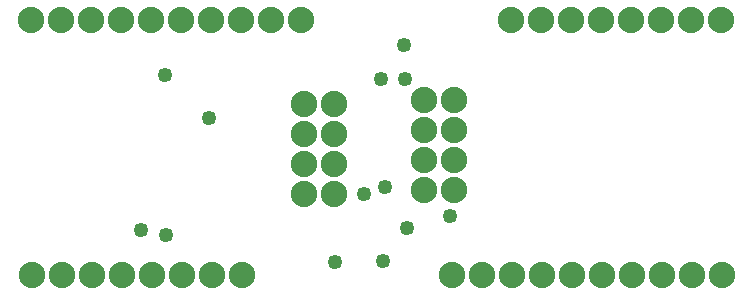
<source format=gbs>
G04 MADE WITH FRITZING*
G04 WWW.FRITZING.ORG*
G04 DOUBLE SIDED*
G04 HOLES PLATED*
G04 CONTOUR ON CENTER OF CONTOUR VECTOR*
%ASAXBY*%
%FSLAX23Y23*%
%MOIN*%
%OFA0B0*%
%SFA1.0B1.0*%
%ADD10C,0.088000*%
%ADD11C,0.049370*%
%LNMASK0*%
G90*
G70*
G54D10*
X1122Y639D03*
X1122Y539D03*
X1122Y439D03*
X1122Y339D03*
X1122Y639D03*
X1122Y539D03*
X1122Y439D03*
X1122Y339D03*
X1022Y339D03*
X1022Y439D03*
X1022Y539D03*
X1022Y639D03*
X1122Y639D03*
X1122Y539D03*
X1122Y439D03*
X1122Y339D03*
X1122Y639D03*
X1122Y539D03*
X1122Y439D03*
X1122Y339D03*
X1022Y339D03*
X1022Y439D03*
X1022Y539D03*
X1022Y639D03*
X1523Y653D03*
X1523Y553D03*
X1523Y453D03*
X1523Y353D03*
X1523Y653D03*
X1523Y553D03*
X1523Y453D03*
X1523Y353D03*
X1423Y353D03*
X1423Y453D03*
X1423Y553D03*
X1423Y653D03*
X1523Y653D03*
X1523Y553D03*
X1523Y453D03*
X1523Y353D03*
X1523Y653D03*
X1523Y553D03*
X1523Y453D03*
X1523Y353D03*
X1423Y353D03*
X1423Y453D03*
X1423Y553D03*
X1423Y653D03*
X1518Y71D03*
X1618Y71D03*
X1718Y71D03*
X1818Y71D03*
X1918Y71D03*
X2018Y71D03*
X2118Y71D03*
X2218Y71D03*
X2318Y71D03*
X2418Y71D03*
X1014Y921D03*
X914Y921D03*
X814Y921D03*
X714Y921D03*
X614Y921D03*
X514Y921D03*
X414Y921D03*
X314Y921D03*
X214Y921D03*
X114Y921D03*
X2413Y920D03*
X2313Y920D03*
X2213Y920D03*
X2113Y920D03*
X2013Y920D03*
X1913Y920D03*
X1813Y920D03*
X1713Y920D03*
X118Y71D03*
X218Y71D03*
X318Y71D03*
X418Y71D03*
X518Y71D03*
X618Y71D03*
X718Y71D03*
X818Y71D03*
G54D11*
X708Y594D03*
X1128Y115D03*
X1511Y267D03*
X559Y736D03*
X1367Y228D03*
X1292Y365D03*
X1223Y339D03*
X1288Y117D03*
X563Y205D03*
X1280Y723D03*
X1360Y724D03*
X1357Y838D03*
X479Y221D03*
G04 End of Mask0*
M02*
</source>
